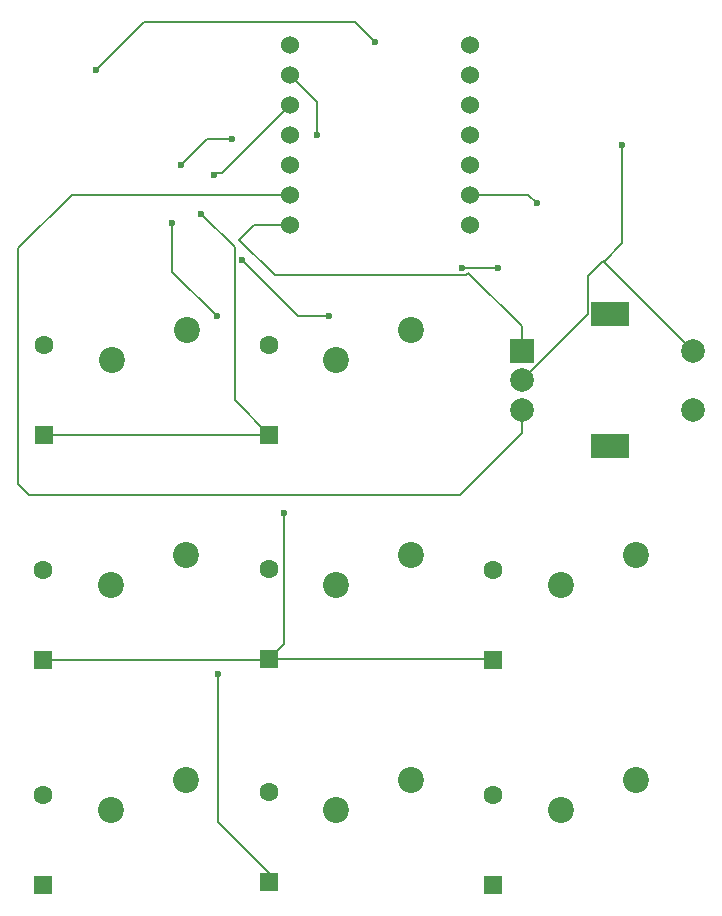
<source format=gbr>
%TF.GenerationSoftware,KiCad,Pcbnew,9.0.3*%
%TF.CreationDate,2025-08-01T01:30:42+09:00*%
%TF.ProjectId,HackPad Schematic,4861636b-5061-4642-9053-6368656d6174,rev?*%
%TF.SameCoordinates,Original*%
%TF.FileFunction,Copper,L2,Bot*%
%TF.FilePolarity,Positive*%
%FSLAX46Y46*%
G04 Gerber Fmt 4.6, Leading zero omitted, Abs format (unit mm)*
G04 Created by KiCad (PCBNEW 9.0.3) date 2025-08-01 01:30:42*
%MOMM*%
%LPD*%
G01*
G04 APERTURE LIST*
G04 Aperture macros list*
%AMRoundRect*
0 Rectangle with rounded corners*
0 $1 Rounding radius*
0 $2 $3 $4 $5 $6 $7 $8 $9 X,Y pos of 4 corners*
0 Add a 4 corners polygon primitive as box body*
4,1,4,$2,$3,$4,$5,$6,$7,$8,$9,$2,$3,0*
0 Add four circle primitives for the rounded corners*
1,1,$1+$1,$2,$3*
1,1,$1+$1,$4,$5*
1,1,$1+$1,$6,$7*
1,1,$1+$1,$8,$9*
0 Add four rect primitives between the rounded corners*
20,1,$1+$1,$2,$3,$4,$5,0*
20,1,$1+$1,$4,$5,$6,$7,0*
20,1,$1+$1,$6,$7,$8,$9,0*
20,1,$1+$1,$8,$9,$2,$3,0*%
G04 Aperture macros list end*
%TA.AperFunction,ComponentPad*%
%ADD10RoundRect,0.250000X0.550000X-0.550000X0.550000X0.550000X-0.550000X0.550000X-0.550000X-0.550000X0*%
%TD*%
%TA.AperFunction,ComponentPad*%
%ADD11C,1.600000*%
%TD*%
%TA.AperFunction,ComponentPad*%
%ADD12C,2.200000*%
%TD*%
%TA.AperFunction,ComponentPad*%
%ADD13C,1.524000*%
%TD*%
%TA.AperFunction,ComponentPad*%
%ADD14R,2.000000X2.000000*%
%TD*%
%TA.AperFunction,ComponentPad*%
%ADD15C,2.000000*%
%TD*%
%TA.AperFunction,ComponentPad*%
%ADD16R,3.200000X2.000000*%
%TD*%
%TA.AperFunction,ViaPad*%
%ADD17C,0.600000*%
%TD*%
%TA.AperFunction,Conductor*%
%ADD18C,0.200000*%
%TD*%
G04 APERTURE END LIST*
D10*
%TO.P,D2,1,K*%
%TO.N,Net-(D1-K)*%
X118800000Y-115710000D03*
D11*
%TO.P,D2,2,A*%
%TO.N,Net-(D2-A)*%
X118800000Y-108090000D03*
%TD*%
D12*
%TO.P,SW1,1,1*%
%TO.N,Net-(U1-GPIO3{slash}MOSI)*%
X111843500Y-106838750D03*
%TO.P,SW1,2,2*%
%TO.N,Net-(D1-A)*%
X105493500Y-109378750D03*
%TD*%
D10*
%TO.P,D1,1,K*%
%TO.N,Net-(D1-K)*%
X99800000Y-115728750D03*
D11*
%TO.P,D1,2,A*%
%TO.N,Net-(D1-A)*%
X99800000Y-108108750D03*
%TD*%
D10*
%TO.P,D5,1,K*%
%TO.N,Net-(D3-K)*%
X137800000Y-134810000D03*
D11*
%TO.P,D5,2,A*%
%TO.N,Net-(D5-A)*%
X137800000Y-127190000D03*
%TD*%
D12*
%TO.P,SW6,1,1*%
%TO.N,Net-(D6-A)*%
X111760000Y-144938750D03*
%TO.P,SW6,2,2*%
%TO.N,Net-(U1-GPIO3{slash}MOSI)*%
X105410000Y-147478750D03*
%TD*%
D10*
%TO.P,D7,1,K*%
%TO.N,Net-(D6-K)*%
X118800000Y-153620000D03*
D11*
%TO.P,D7,2,A*%
%TO.N,Net-(D7-A)*%
X118800000Y-146000000D03*
%TD*%
D12*
%TO.P,SW3,1,1*%
%TO.N,Net-(U1-GPIO3{slash}MOSI)*%
X111760000Y-125888750D03*
%TO.P,SW3,2,2*%
%TO.N,Net-(D3-A)*%
X105410000Y-128428750D03*
%TD*%
%TO.P,SW7,1,1*%
%TO.N,Net-(D7-A)*%
X130810000Y-144938750D03*
%TO.P,SW7,2,2*%
%TO.N,Net-(U1-GPIO4{slash}MISO)*%
X124460000Y-147478750D03*
%TD*%
D13*
%TO.P,U1,1,GPIO26/ADC0/A0*%
%TO.N,unconnected-(U1-GPIO26{slash}ADC0{slash}A0-Pad1)*%
X120580000Y-82680000D03*
%TO.P,U1,2,GPIO27/ADC1/A1*%
%TO.N,Net-(D1-K)*%
X120580000Y-85220000D03*
%TO.P,U1,3,GPIO28/ADC2/A2*%
%TO.N,Net-(D3-K)*%
X120580000Y-87760000D03*
%TO.P,U1,4,GPIO29/ADC3/A3*%
%TO.N,Net-(D6-K)*%
X120580000Y-90300000D03*
%TO.P,U1,5,GPIO6/SDA*%
%TO.N,Net-(D9-DIN)*%
X120580000Y-92840000D03*
%TO.P,U1,6,GPIO7/SCL*%
%TO.N,Net-(U1-GPIO7{slash}SCL)*%
X120580000Y-95380000D03*
%TO.P,U1,7,GPIO0/TX*%
%TO.N,Net-(U1-GPIO0{slash}TX)*%
X120580000Y-97920000D03*
%TO.P,U1,8,GPIO1/RX*%
%TO.N,Net-(U1-GPIO1{slash}RX)*%
X135820000Y-97920000D03*
%TO.P,U1,9,GPIO2/SCK*%
%TO.N,Net-(U1-GPIO2{slash}SCK)*%
X135820000Y-95380000D03*
%TO.P,U1,10,GPIO4/MISO*%
%TO.N,Net-(U1-GPIO4{slash}MISO)*%
X135820000Y-92840000D03*
%TO.P,U1,11,GPIO3/MOSI*%
%TO.N,Net-(U1-GPIO3{slash}MOSI)*%
X135820000Y-90300000D03*
%TO.P,U1,12,3V3*%
%TO.N,unconnected-(U1-3V3-Pad12)*%
X135820000Y-87760000D03*
%TO.P,U1,13,GND*%
%TO.N,GND*%
X135820000Y-85220000D03*
%TO.P,U1,14,VBUS*%
%TO.N,+5V*%
X135820000Y-82680000D03*
%TD*%
D10*
%TO.P,D4,1,K*%
%TO.N,Net-(D3-K)*%
X118800000Y-134710000D03*
D11*
%TO.P,D4,2,A*%
%TO.N,Net-(D4-A)*%
X118800000Y-127090000D03*
%TD*%
D14*
%TO.P,SW9,A,A*%
%TO.N,Net-(U1-GPIO0{slash}TX)*%
X140200000Y-108600000D03*
D15*
%TO.P,SW9,B,B*%
%TO.N,Net-(U1-GPIO7{slash}SCL)*%
X140200000Y-113600000D03*
%TO.P,SW9,C,C*%
%TO.N,GND*%
X140200000Y-111100000D03*
D16*
%TO.P,SW9,MP*%
%TO.N,N/C*%
X147700000Y-105500000D03*
X147700000Y-116700000D03*
D15*
%TO.P,SW9,S1,S1*%
%TO.N,Net-(U1-GPIO1{slash}RX)*%
X154700000Y-113600000D03*
%TO.P,SW9,S2,S2*%
%TO.N,GND*%
X154700000Y-108600000D03*
%TD*%
D10*
%TO.P,D6,1,K*%
%TO.N,Net-(D6-K)*%
X99700000Y-153810000D03*
D11*
%TO.P,D6,2,A*%
%TO.N,Net-(D6-A)*%
X99700000Y-146190000D03*
%TD*%
D12*
%TO.P,SW4,1,1*%
%TO.N,Net-(U1-GPIO4{slash}MISO)*%
X130810000Y-125888750D03*
%TO.P,SW4,2,2*%
%TO.N,Net-(D4-A)*%
X124460000Y-128428750D03*
%TD*%
D10*
%TO.P,D8,1,K*%
%TO.N,Net-(D6-K)*%
X137800000Y-153810000D03*
D11*
%TO.P,D8,2,A*%
%TO.N,Net-(D8-A)*%
X137800000Y-146190000D03*
%TD*%
D12*
%TO.P,SW8,1,1*%
%TO.N,Net-(D8-A)*%
X149860000Y-144938750D03*
%TO.P,SW8,2,2*%
%TO.N,Net-(U1-GPIO2{slash}SCK)*%
X143510000Y-147478750D03*
%TD*%
D10*
%TO.P,D3,1,K*%
%TO.N,Net-(D3-K)*%
X99700000Y-134810000D03*
D11*
%TO.P,D3,2,A*%
%TO.N,Net-(D3-A)*%
X99700000Y-127190000D03*
%TD*%
D12*
%TO.P,SW2,1,1*%
%TO.N,Net-(U1-GPIO4{slash}MISO)*%
X130810000Y-106838750D03*
%TO.P,SW2,2,2*%
%TO.N,Net-(D2-A)*%
X124460000Y-109378750D03*
%TD*%
%TO.P,SW5,1,1*%
%TO.N,Net-(U1-GPIO2{slash}SCK)*%
X149860000Y-125888750D03*
%TO.P,SW5,2,2*%
%TO.N,Net-(D5-A)*%
X143510000Y-128428750D03*
%TD*%
D17*
%TO.N,Net-(D1-K)*%
X113100000Y-97000000D03*
X122900000Y-90300000D03*
%TO.N,Net-(D3-K)*%
X123900000Y-105700000D03*
X120100000Y-122300000D03*
X114200000Y-93717000D03*
X116499000Y-100900000D03*
%TO.N,Net-(D6-K)*%
X114400000Y-105700000D03*
X110600000Y-97800000D03*
X114500000Y-136000000D03*
X115700000Y-90700000D03*
X111400000Y-92900000D03*
%TO.N,GND*%
X104200000Y-84800000D03*
X127800000Y-82500000D03*
X148700000Y-91201000D03*
%TO.N,Net-(U1-GPIO3{slash}MOSI)*%
X135200000Y-101600000D03*
X138200000Y-101600000D03*
%TO.N,Net-(U1-GPIO2{slash}SCK)*%
X141500000Y-96100000D03*
%TD*%
D18*
%TO.N,Net-(D1-K)*%
X115899000Y-99799000D02*
X113100000Y-97000000D01*
X115899000Y-112809000D02*
X115899000Y-99799000D01*
X122900000Y-90300000D02*
X122900000Y-87540000D01*
X122900000Y-87540000D02*
X120580000Y-85220000D01*
X118800000Y-115710000D02*
X115899000Y-112809000D01*
X118781250Y-115728750D02*
X118800000Y-115710000D01*
X99800000Y-115728750D02*
X118781250Y-115728750D01*
%TO.N,Net-(D3-K)*%
X118800000Y-134710000D02*
X137700000Y-134710000D01*
X137700000Y-134710000D02*
X137800000Y-134810000D01*
X118800000Y-134710000D02*
X120100000Y-133410000D01*
X118700000Y-134810000D02*
X118800000Y-134710000D01*
X121299000Y-105700000D02*
X116499000Y-100900000D01*
X114823000Y-93517000D02*
X120580000Y-87760000D01*
X120100000Y-133410000D02*
X120100000Y-122300000D01*
X114200000Y-93717000D02*
X114400000Y-93517000D01*
X114400000Y-93517000D02*
X114823000Y-93517000D01*
X99700000Y-134810000D02*
X118700000Y-134810000D01*
X123900000Y-105700000D02*
X121299000Y-105700000D01*
%TO.N,Net-(D6-K)*%
X113600000Y-90700000D02*
X115700000Y-90700000D01*
X111400000Y-92900000D02*
X113600000Y-90700000D01*
X118800000Y-152820280D02*
X114500000Y-148520280D01*
X114500000Y-148520280D02*
X114500000Y-136000000D01*
X114400000Y-105700000D02*
X110600000Y-101900000D01*
X118800000Y-153620000D02*
X118800000Y-152820280D01*
X110600000Y-101900000D02*
X110600000Y-97800000D01*
%TO.N,GND*%
X108200000Y-80800000D02*
X104200000Y-84800000D01*
X147150000Y-101050000D02*
X148700000Y-99500000D01*
X147150000Y-101050000D02*
X147100000Y-101000000D01*
X145799000Y-105501000D02*
X145799000Y-102301000D01*
X148700000Y-99500000D02*
X148700000Y-91201000D01*
X127800000Y-82500000D02*
X126100000Y-80800000D01*
X126100000Y-80800000D02*
X108200000Y-80800000D01*
X141501000Y-109799000D02*
X140200000Y-111100000D01*
X154700000Y-108600000D02*
X147150000Y-101050000D01*
X145799000Y-102301000D02*
X147100000Y-101000000D01*
X140200000Y-111100000D02*
X145799000Y-105501000D01*
%TO.N,Net-(U1-GPIO3{slash}MOSI)*%
X135200000Y-101600000D02*
X138200000Y-101600000D01*
%TO.N,Net-(U1-GPIO2{slash}SCK)*%
X140780000Y-95380000D02*
X135820000Y-95380000D01*
X141500000Y-96100000D02*
X140780000Y-95380000D01*
%TO.N,Net-(U1-GPIO7{slash}SCL)*%
X140200000Y-115600000D02*
X135000000Y-120800000D01*
X140200000Y-113600000D02*
X140200000Y-115600000D01*
X98500000Y-120800000D02*
X97600000Y-119900000D01*
X97600000Y-99900000D02*
X102120000Y-95380000D01*
X135000000Y-120800000D02*
X98500000Y-120800000D01*
X102120000Y-95380000D02*
X120580000Y-95380000D01*
X97600000Y-119900000D02*
X97600000Y-99900000D01*
%TO.N,Net-(U1-GPIO0{slash}TX)*%
X119301000Y-102201000D02*
X116300000Y-99200000D01*
X135499000Y-102201000D02*
X119301000Y-102201000D01*
X140200000Y-106500000D02*
X135700000Y-102000000D01*
X117580000Y-97920000D02*
X120580000Y-97920000D01*
X135700000Y-102000000D02*
X135499000Y-102201000D01*
X116300000Y-99200000D02*
X117580000Y-97920000D01*
X140200000Y-108600000D02*
X140200000Y-106500000D01*
%TD*%
M02*

</source>
